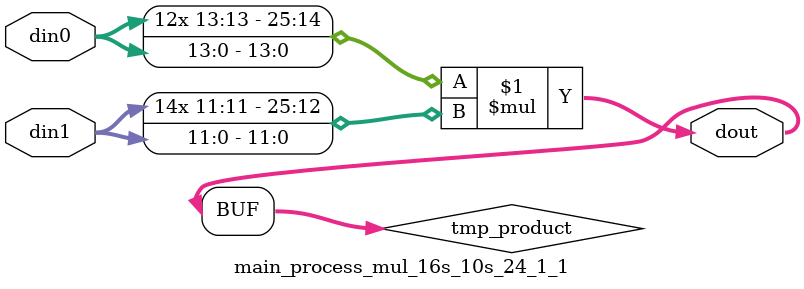
<source format=v>

`timescale 1 ns / 1 ps

 module main_process_mul_16s_10s_24_1_1(din0, din1, dout);
parameter ID = 1;
parameter NUM_STAGE = 0;
parameter din0_WIDTH = 14;
parameter din1_WIDTH = 12;
parameter dout_WIDTH = 26;

input [din0_WIDTH - 1 : 0] din0; 
input [din1_WIDTH - 1 : 0] din1; 
output [dout_WIDTH - 1 : 0] dout;

wire signed [dout_WIDTH - 1 : 0] tmp_product;



























assign tmp_product = $signed(din0) * $signed(din1);








assign dout = tmp_product;





















endmodule

</source>
